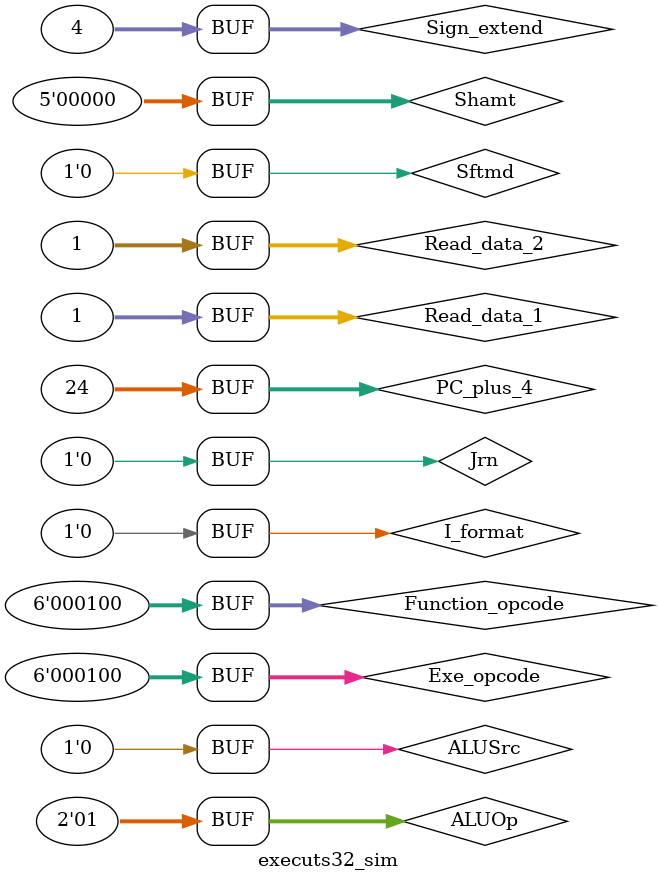
<source format=v>
`timescale 1ns / 1ps

module executs32_sim();
   // input
   reg[31:0]  Read_data_1 = 32'h00000005;		//r-form rs
   reg[31:0]  Read_data_2 = 32'h00000006;        //r-form rt
   reg[31:0]  Sign_extend = 32'hffffff40;        //i-form
   reg[5:0]   Function_opcode = 6'b100000;      //add 
   reg[5:0]   Exe_opcode = 6'b000000;          //op code
   reg[1:0]   ALUOp = 2'b10;
   reg[4:0]   Shamt = 5'b00000;
   reg        Jrn = 1'b0;
   reg        Sftmd = 1'b0;
   reg        ALUSrc = 1'b0;
   reg        I_format = 1'b0;
   reg[31:0]  PC_plus_4 = 32'h00000004;
    // output
   wire       Zero;
   wire[31:0] ALU_Result;
   wire[31:0] Add_Result;        //pc op        
 
    
   Executs32 Uexe(Read_data_1,Read_data_2,Sign_extend,Function_opcode,Exe_opcode,ALUOp,
                     Shamt,ALUSrc,I_format,Zero,Jrn,Sftmd,ALU_Result,Add_Result,PC_plus_4);
    initial begin
       #200 begin Exe_opcode = 6'b001000;  //addi 
                Read_data_1 = 32'h00000003;		//r-form rs
                Read_data_2 = 32'h00000006;        //r-form rt
                Sign_extend = 32'hffffff40;  
                Function_opcode = 6'b100000;      //addi 
                ALUOp = 2'b10;
                Shamt = 5'b00000;
                Sftmd = 1'b0;
                ALUSrc = 1'b1;
                I_format = 1'b1;
                PC_plus_4 = 32'h00000008;
            end 
       #200 begin Exe_opcode = 6'b000000;  //and
                Read_data_1 = 32'h000000ff;        //r-form rs
                Read_data_2 = 32'h00000ff0;        //r-form rt
                Sign_extend = 32'hffffff40;  
                Function_opcode = 6'b100100;      //and 
                ALUOp = 2'b10;
                Shamt = 5'b00000;
                Sftmd = 1'b0;
                ALUSrc = 1'b0;
                I_format = 1'b0;
                PC_plus_4 = 32'h0000000c;
             end 
       #200 begin Exe_opcode = 6'b000000;  //sll
                Read_data_1 = 32'h00000001;        //r-form rs
                Read_data_2 = 32'h00000002;        //r-form rt
                Sign_extend = 32'hffffff40;  
                Function_opcode = 6'b000000;      //sll
                ALUOp = 2'b10;
                Shamt = 5'b00011;
                Sftmd = 1'b1;
                ALUSrc = 1'b0;
                I_format = 1'b0;
                PC_plus_4 = 32'h00000010;
           end 
       #200 begin Exe_opcode = 6'b001111;  // LUI
                Read_data_1 = 32'h00000001;        //r-form rs
                Read_data_2 = 32'h00000002;        //r-form rt
                Sign_extend = 32'h00000040;  
                Function_opcode = 6'b000000;      //LUI
                ALUOp = 2'b10;
                Shamt = 5'b00001;
                Sftmd = 1'b0;
                ALUSrc = 1'b1;
                I_format = 1'b1;
                PC_plus_4 = 32'h00000014;
            end 
       #200 begin Exe_opcode = 6'b000100;  // BEQ
                Read_data_1 = 32'h00000001;        //r-form rs
                Read_data_2 = 32'h00000001;        //r-form rt
                Sign_extend = 32'h00000004;  
                Function_opcode = 6'b000100;      //LUI
                ALUOp = 2'b01;
                Shamt = 5'b00000;
                Sftmd = 1'b0;
                ALUSrc = 1'b0;
                I_format = 1'b0;
                PC_plus_4 = 32'h00000018;
            end 
      end
endmodule
</source>
